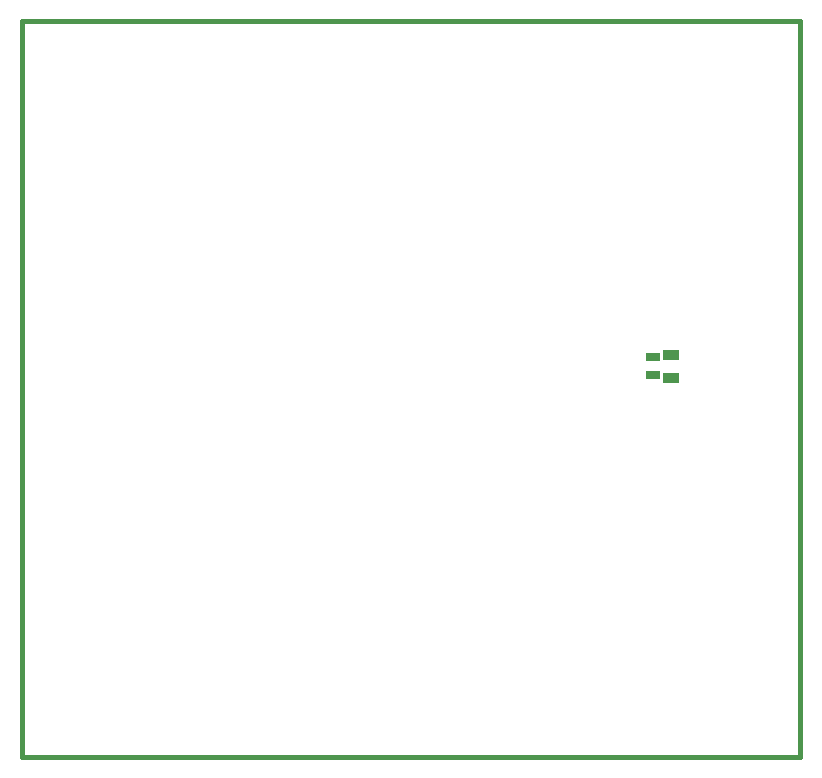
<source format=gbp>
G04 (created by PCBNEW-RS274X (2010-03-14)-final) date lun 07 nov 2011 20:25:05 ART*
G01*
G70*
G90*
%MOIN*%
G04 Gerber Fmt 3.4, Leading zero omitted, Abs format*
%FSLAX34Y34*%
G04 APERTURE LIST*
%ADD10C,0.000100*%
%ADD11C,0.015000*%
%ADD12R,0.055000X0.035000*%
%ADD13R,0.045000X0.025000*%
G04 APERTURE END LIST*
G54D10*
G54D11*
X33250Y-11250D02*
X33250Y-11450D01*
X59200Y-11250D02*
X33250Y-11250D01*
X59200Y-11800D02*
X59200Y-11250D01*
X59200Y-35800D02*
X59200Y-11800D01*
X33250Y-35800D02*
X59200Y-35800D01*
X33250Y-11350D02*
X33250Y-35800D01*
G54D12*
X54875Y-22400D03*
X54875Y-23150D03*
G54D13*
X54275Y-22475D03*
X54275Y-23075D03*
M02*

</source>
